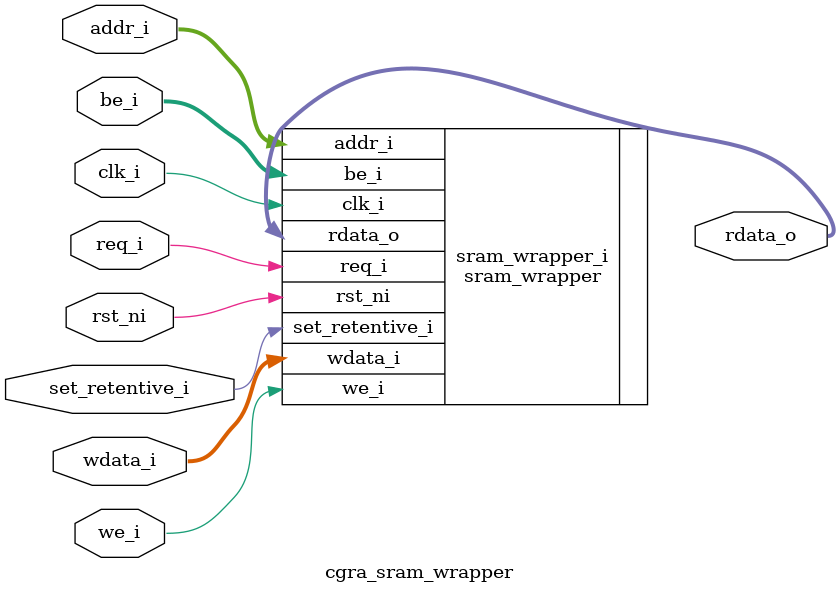
<source format=sv>

module cgra_sram_wrapper #(
    parameter int unsigned NumWords = 32'd1024,  // Number of Words in data array
    parameter int unsigned DataWidth = 32'd32,  // Data signal width
    // DEPENDENT PARAMETERS, DO NOT OVERWRITE!
    parameter int unsigned AddrWidth = (NumWords > 32'd1) ? $clog2(NumWords) : 32'd1
) (
    input  logic                 clk_i,    // Clock
    input  logic                 rst_ni,   // Asynchronous reset active low
    // input ports
    input  logic                 req_i,    // request
    input  logic                 we_i,     // write enable
    input  logic [AddrWidth-1:0] addr_i,   // request address
    input  logic [         31:0] wdata_i,  // write data
    input  logic [          3:0] be_i,     // write byte enable
    input  logic                 set_retentive_i,
    // output ports
    output logic [         31:0] rdata_o   // read data
);
  sram_wrapper#(
    .NumWords (NumWords),
    .DataWidth(DataWidth),
    .AddrWidth(AddrWidth)
  ) sram_wrapper_i(
    .clk_i          (clk_i),
    .rst_ni         (rst_ni),
    .req_i          (req_i),
    .we_i           (we_i),
    .addr_i         (addr_i),
    .wdata_i        (wdata_i),
    .be_i           (be_i),
    .set_retentive_i(set_retentive_i),
    // output ports
    .rdata_o        (rdata_o)
  );

endmodule
</source>
